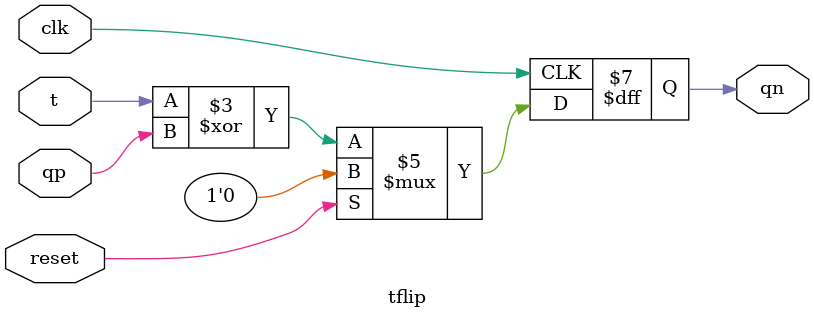
<source format=v>
module tflip(input t,qp,clk,reset,output reg qn);
always @(posedge clk) begin
if(reset==1'b1) qn=1'b0;
else qn=t^qp;
end
endmodule

</source>
